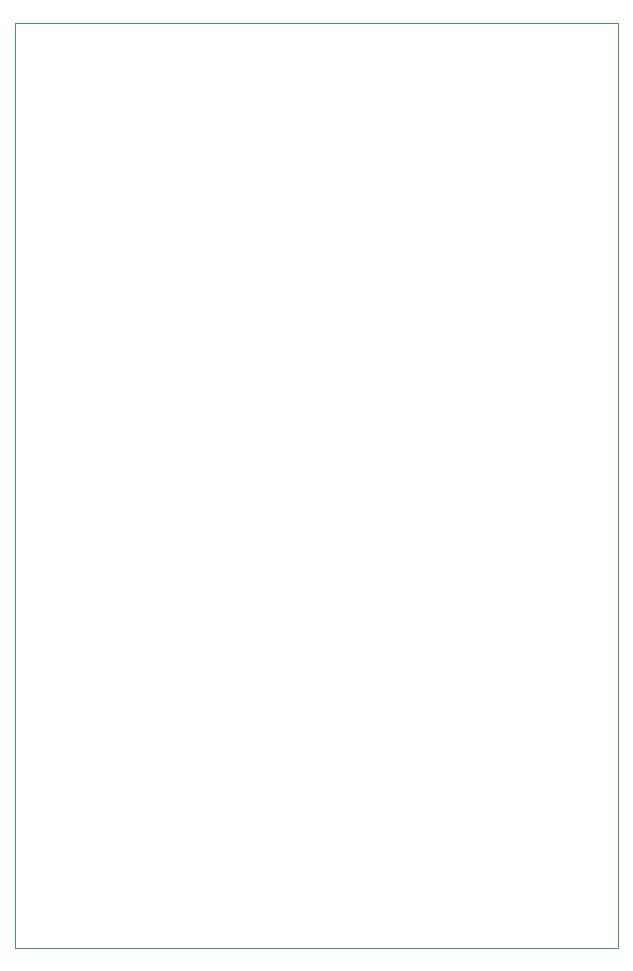
<source format=gbr>
%TF.GenerationSoftware,KiCad,Pcbnew,9.0.1*%
%TF.CreationDate,2025-10-22T15:58:42-03:00*%
%TF.ProjectId,SEPIC,53455049-432e-46b6-9963-61645f706362,rev?*%
%TF.SameCoordinates,Original*%
%TF.FileFunction,Profile,NP*%
%FSLAX46Y46*%
G04 Gerber Fmt 4.6, Leading zero omitted, Abs format (unit mm)*
G04 Created by KiCad (PCBNEW 9.0.1) date 2025-10-22 15:58:42*
%MOMM*%
%LPD*%
G01*
G04 APERTURE LIST*
%TA.AperFunction,Profile*%
%ADD10C,0.050000*%
%TD*%
G04 APERTURE END LIST*
D10*
X36250000Y-21750000D02*
X87250000Y-21750000D01*
X87250000Y-100000000D01*
X36250000Y-100000000D01*
X36250000Y-21750000D01*
M02*

</source>
